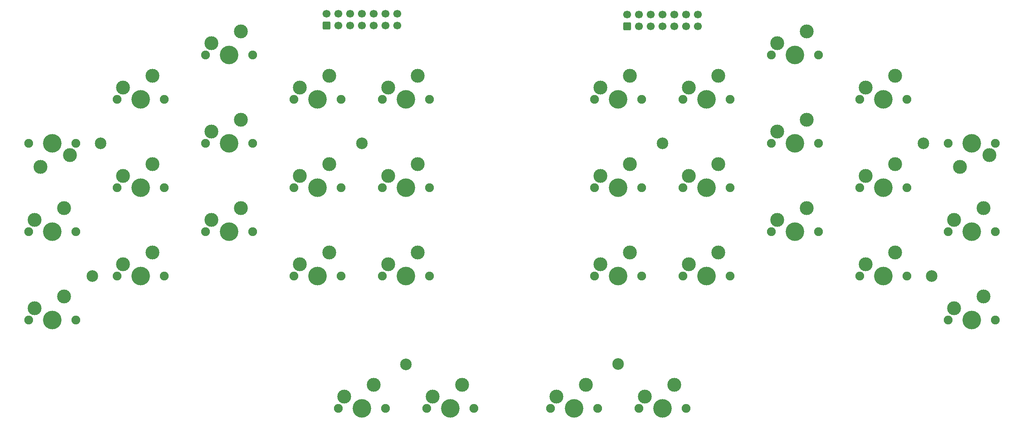
<source format=gts>
%TF.GenerationSoftware,KiCad,Pcbnew,(6.0.7-1)-1*%
%TF.CreationDate,2022-08-07T12:05:37+08:00*%
%TF.ProjectId,Input,496e7075-742e-46b6-9963-61645f706362,2*%
%TF.SameCoordinates,PX7616b68PY48ab840*%
%TF.FileFunction,Soldermask,Top*%
%TF.FilePolarity,Negative*%
%FSLAX46Y46*%
G04 Gerber Fmt 4.6, Leading zero omitted, Abs format (unit mm)*
G04 Created by KiCad (PCBNEW (6.0.7-1)-1) date 2022-08-07 12:05:37*
%MOMM*%
%LPD*%
G01*
G04 APERTURE LIST*
G04 Aperture macros list*
%AMRoundRect*
0 Rectangle with rounded corners*
0 $1 Rounding radius*
0 $2 $3 $4 $5 $6 $7 $8 $9 X,Y pos of 4 corners*
0 Add a 4 corners polygon primitive as box body*
4,1,4,$2,$3,$4,$5,$6,$7,$8,$9,$2,$3,0*
0 Add four circle primitives for the rounded corners*
1,1,$1+$1,$2,$3*
1,1,$1+$1,$4,$5*
1,1,$1+$1,$6,$7*
1,1,$1+$1,$8,$9*
0 Add four rect primitives between the rounded corners*
20,1,$1+$1,$2,$3,$4,$5,0*
20,1,$1+$1,$4,$5,$6,$7,0*
20,1,$1+$1,$6,$7,$8,$9,0*
20,1,$1+$1,$8,$9,$2,$3,0*%
G04 Aperture macros list end*
%ADD10C,2.500000*%
%ADD11RoundRect,0.250000X0.600000X-0.600000X0.600000X0.600000X-0.600000X0.600000X-0.600000X-0.600000X0*%
%ADD12C,1.700000*%
%ADD13C,4.000000*%
%ADD14C,3.000000*%
%ADD15C,1.900000*%
G04 APERTURE END LIST*
D10*
%TO.C,H1*%
X-56261000Y0D03*
%TD*%
%TO.C,H2*%
X-58039000Y-28575000D03*
%TD*%
%TO.C,H3*%
X0Y0D03*
%TD*%
D11*
%TO.C,J1*%
X-7620000Y25400000D03*
D12*
X-7620000Y27940000D03*
X-5080000Y25400000D03*
X-5080000Y27940000D03*
X-2540000Y25400000D03*
X-2540000Y27940000D03*
X0Y25400000D03*
X0Y27940000D03*
X2540000Y25400000D03*
X2540000Y27940000D03*
X5080000Y25400000D03*
X5080000Y27940000D03*
X7620000Y25400000D03*
X7620000Y27940000D03*
%TD*%
D10*
%TO.C,H6*%
X55245000Y-47523400D03*
%TD*%
D11*
%TO.C,J2*%
X57150000Y25282500D03*
D12*
X57150000Y27822500D03*
X59690000Y25282500D03*
X59690000Y27822500D03*
X62230000Y25282500D03*
X62230000Y27822500D03*
X64770000Y25282500D03*
X64770000Y27822500D03*
X67310000Y25282500D03*
X67310000Y27822500D03*
X69850000Y25282500D03*
X69850000Y27822500D03*
X72390000Y25282500D03*
X72390000Y27822500D03*
%TD*%
D10*
%TO.C,H4*%
X121031000Y0D03*
%TD*%
%TO.C,H7*%
X122809000Y-28575000D03*
%TD*%
%TO.C,H8*%
X64770000Y0D03*
%TD*%
%TO.C,H5*%
X9525000Y-47625000D03*
%TD*%
D13*
%TO.C,SW1*%
X-66675000Y0D03*
D14*
X-62865000Y-2540000D03*
D15*
X-71755000Y0D03*
D14*
X-69215000Y-5080000D03*
D15*
X-61595000Y0D03*
%TD*%
%TO.C,SW7*%
X79375000Y9525000D03*
D14*
X70485000Y12065000D03*
D15*
X69215000Y9525000D03*
D13*
X74295000Y9525000D03*
D14*
X76835000Y14605000D03*
%TD*%
D15*
%TO.C,SW8*%
X98425000Y19050000D03*
D14*
X95885000Y24130000D03*
D15*
X88265000Y19050000D03*
D13*
X93345000Y19050000D03*
D14*
X89535000Y21590000D03*
%TD*%
D15*
%TO.C,SW2*%
X-52705000Y9525000D03*
D13*
X-47625000Y9525000D03*
D14*
X-45085000Y14605000D03*
X-51435000Y12065000D03*
D15*
X-42545000Y9525000D03*
%TD*%
D14*
%TO.C,SW3*%
X-32385000Y21590000D03*
D13*
X-28575000Y19050000D03*
D14*
X-26035000Y24130000D03*
D15*
X-33655000Y19050000D03*
X-23495000Y19050000D03*
%TD*%
D14*
%TO.C,SW4*%
X-13335000Y12065000D03*
D13*
X-9525000Y9525000D03*
D15*
X-14605000Y9525000D03*
D14*
X-6985000Y14605000D03*
D15*
X-4445000Y9525000D03*
%TD*%
D14*
%TO.C,SW5*%
X12065000Y14605000D03*
X5715000Y12065000D03*
D15*
X14605000Y9525000D03*
X4445000Y9525000D03*
D13*
X9525000Y9525000D03*
%TD*%
D15*
%TO.C,SW9*%
X117475000Y9525000D03*
X107315000Y9525000D03*
D14*
X114935000Y14605000D03*
D13*
X112395000Y9525000D03*
D14*
X108585000Y12065000D03*
%TD*%
D15*
%TO.C,SW10*%
X126365000Y0D03*
X136525000Y0D03*
D13*
X131445000Y0D03*
D14*
X135255000Y-2540000D03*
X128905000Y-5080000D03*
%TD*%
D15*
%TO.C,SW11*%
X-71755000Y-19050000D03*
X-61595000Y-19050000D03*
D14*
X-70485000Y-16510000D03*
D13*
X-66675000Y-19050000D03*
D14*
X-64135000Y-13970000D03*
%TD*%
D13*
%TO.C,SW13*%
X-28575000Y0D03*
D14*
X-26035000Y5080000D03*
X-32385000Y2540000D03*
D15*
X-23495000Y0D03*
X-33655000Y0D03*
%TD*%
D14*
%TO.C,SW14*%
X-6985000Y-4445000D03*
D15*
X-14605000Y-9525000D03*
D13*
X-9525000Y-9525000D03*
D15*
X-4445000Y-9525000D03*
D14*
X-13335000Y-6985000D03*
%TD*%
%TO.C,SW15*%
X5715000Y-6985000D03*
D15*
X4445000Y-9525000D03*
X14605000Y-9525000D03*
D14*
X12065000Y-4445000D03*
D13*
X9525000Y-9525000D03*
%TD*%
D14*
%TO.C,SW16*%
X57785000Y-4445000D03*
D15*
X50165000Y-9525000D03*
D14*
X51435000Y-6985000D03*
D13*
X55245000Y-9525000D03*
D15*
X60325000Y-9525000D03*
%TD*%
%TO.C,SW17*%
X79375000Y-9525000D03*
X69215000Y-9525000D03*
D13*
X74295000Y-9525000D03*
D14*
X76835000Y-4445000D03*
X70485000Y-6985000D03*
%TD*%
D15*
%TO.C,SW22*%
X-52705000Y-28575000D03*
D14*
X-51435000Y-26035000D03*
X-45085000Y-23495000D03*
D15*
X-42545000Y-28575000D03*
D13*
X-47625000Y-28575000D03*
%TD*%
D14*
%TO.C,SW23*%
X-26035000Y-13970000D03*
D15*
X-33655000Y-19050000D03*
D13*
X-28575000Y-19050000D03*
D15*
X-23495000Y-19050000D03*
D14*
X-32385000Y-16510000D03*
%TD*%
D15*
%TO.C,SW28*%
X88265000Y-19050000D03*
D13*
X93345000Y-19050000D03*
D14*
X89535000Y-16510000D03*
X95885000Y-13970000D03*
D15*
X98425000Y-19050000D03*
%TD*%
%TO.C,SW33*%
X50800000Y-57150000D03*
D14*
X48260000Y-52070000D03*
D15*
X40640000Y-57150000D03*
D13*
X45720000Y-57150000D03*
D14*
X41910000Y-54610000D03*
%TD*%
D15*
%TO.C,SW20*%
X126365000Y-19050000D03*
D13*
X131445000Y-19050000D03*
D14*
X127635000Y-16510000D03*
D15*
X136525000Y-19050000D03*
D14*
X133985000Y-13970000D03*
%TD*%
D13*
%TO.C,SW19*%
X112395000Y-9525000D03*
D15*
X117475000Y-9525000D03*
D14*
X108585000Y-6985000D03*
X114935000Y-4445000D03*
D15*
X107315000Y-9525000D03*
%TD*%
%TO.C,SW26*%
X50165000Y-28575000D03*
D13*
X55245000Y-28575000D03*
D15*
X60325000Y-28575000D03*
D14*
X51435000Y-26035000D03*
X57785000Y-23495000D03*
%TD*%
%TO.C,SW31*%
X-3810000Y-54610000D03*
D15*
X-5080000Y-57150000D03*
D13*
X0Y-57150000D03*
D14*
X2540000Y-52070000D03*
D15*
X5080000Y-57150000D03*
%TD*%
D13*
%TO.C,SW34*%
X64770000Y-57150000D03*
D15*
X59690000Y-57150000D03*
X69850000Y-57150000D03*
D14*
X60960000Y-54610000D03*
X67310000Y-52070000D03*
%TD*%
D15*
%TO.C,SW27*%
X69215000Y-28575000D03*
D14*
X70485000Y-26035000D03*
D15*
X79375000Y-28575000D03*
D13*
X74295000Y-28575000D03*
D14*
X76835000Y-23495000D03*
%TD*%
%TO.C,SW29*%
X108585000Y-26035000D03*
X114935000Y-23495000D03*
D15*
X107315000Y-28575000D03*
X117475000Y-28575000D03*
D13*
X112395000Y-28575000D03*
%TD*%
D15*
%TO.C,SW24*%
X-14605000Y-28575000D03*
D14*
X-13335000Y-26035000D03*
D15*
X-4445000Y-28575000D03*
D13*
X-9525000Y-28575000D03*
D14*
X-6985000Y-23495000D03*
%TD*%
%TO.C,SW21*%
X-64135000Y-33020000D03*
X-70485000Y-35560000D03*
D15*
X-61595000Y-38100000D03*
D13*
X-66675000Y-38100000D03*
D15*
X-71755000Y-38100000D03*
%TD*%
D13*
%TO.C,SW25*%
X9525000Y-28575000D03*
D15*
X4445000Y-28575000D03*
D14*
X5715000Y-26035000D03*
X12065000Y-23495000D03*
D15*
X14605000Y-28575000D03*
%TD*%
%TO.C,SW30*%
X126365000Y-38100000D03*
D14*
X133985000Y-33020000D03*
D13*
X131445000Y-38100000D03*
D14*
X127635000Y-35560000D03*
D15*
X136525000Y-38100000D03*
%TD*%
D14*
%TO.C,SW12*%
X-51435000Y-6985000D03*
D15*
X-42545000Y-9525000D03*
D14*
X-45085000Y-4445000D03*
D15*
X-52705000Y-9525000D03*
D13*
X-47625000Y-9525000D03*
%TD*%
D15*
%TO.C,SW6*%
X50165000Y9525000D03*
D14*
X51435000Y12065000D03*
D15*
X60325000Y9525000D03*
D14*
X57785000Y14605000D03*
D13*
X55245000Y9525000D03*
%TD*%
D15*
%TO.C,SW18*%
X98425000Y0D03*
D14*
X95885000Y5080000D03*
D15*
X88265000Y0D03*
D13*
X93345000Y0D03*
D14*
X89535000Y2540000D03*
%TD*%
D13*
%TO.C,SW32*%
X19050000Y-57150000D03*
D15*
X24130000Y-57150000D03*
D14*
X15240000Y-54610000D03*
D15*
X13970000Y-57150000D03*
D14*
X21590000Y-52070000D03*
%TD*%
M02*

</source>
